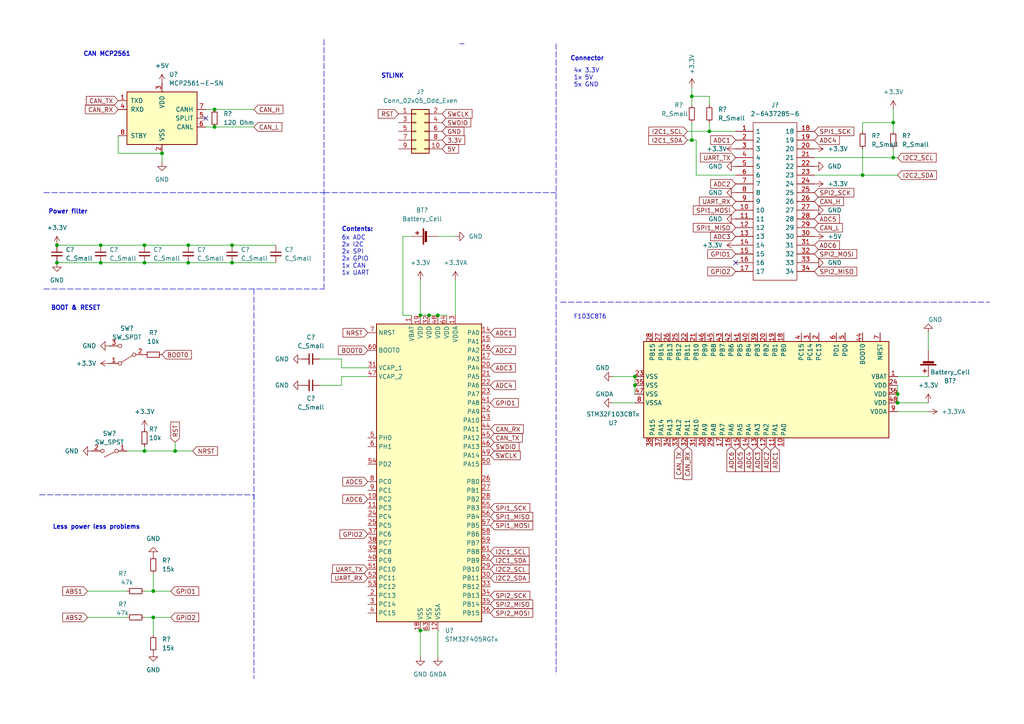
<source format=kicad_sch>
(kicad_sch (version 20211123) (generator eeschema)
  (paper "A4")
  (lib_symbols
    (symbol "Connector_Generic:Conn_02x05_Odd_Even" (pin_names (offset 1.016) hide)
      (property "Reference" "J" (at 1.27 7.62 0))
      (property "Value" "Conn_02x05_Odd_Even" (at 1.27 -7.62 0))
      (symbol "Conn_02x05_Odd_Even_1_1"
        (rectangle (start -1.27 -4.953) (end 0 -5.207) (stroke (width 0.1524)))
        (rectangle (start -1.27 -2.413) (end 0 -2.667) (stroke (width 0.1524)))
        (rectangle (start -1.27 0.127) (end 0 -0.127) (stroke (width 0.1524)))
        (rectangle (start -1.27 2.667) (end 0 2.413) (stroke (width 0.1524)))
        (rectangle (start -1.27 5.207) (end 0 4.953) (stroke (width 0.1524)))
        (rectangle (start -1.27 6.35) (end 3.81 -6.35) (stroke (width 0.254)) (fill (type background)))
        (rectangle (start 3.81 -4.953) (end 2.54 -5.207) (stroke (width 0.1524)))
        (rectangle (start 3.81 -2.413) (end 2.54 -2.667) (stroke (width 0.1524)))
        (rectangle (start 3.81 0.127) (end 2.54 -0.127) (stroke (width 0.1524)))
        (rectangle (start 3.81 2.667) (end 2.54 2.413) (stroke (width 0.1524)))
        (rectangle (start 3.81 5.207) (end 2.54 4.953) (stroke (width 0.1524)))
        (pin passive line (at -5.08 5.08 0) (length 3.81) (name "Pin_1") (number "1"))
        (pin passive line (at 7.62 -5.08 180) (length 3.81) (name "Pin_10") (number "10"))
        (pin passive line (at 7.62 5.08 180) (length 3.81) (name "Pin_2") (number "2"))
        (pin passive line (at -5.08 2.54 0) (length 3.81) (name "Pin_3") (number "3"))
        (pin passive line (at 7.62 2.54 180) (length 3.81) (name "Pin_4") (number "4"))
        (pin passive line (at -5.08 0 0) (length 3.81) (name "Pin_5") (number "5"))
        (pin passive line (at 7.62 0 180) (length 3.81) (name "Pin_6") (number "6"))
        (pin passive line (at -5.08 -2.54 0) (length 3.81) (name "Pin_7") (number "7"))
        (pin passive line (at 7.62 -2.54 180) (length 3.81) (name "Pin_8") (number "8"))
        (pin passive line (at -5.08 -5.08 0) (length 3.81) (name "Pin_9") (number "9"))
      )
    )
    (symbol "Device:Battery_Cell" (pin_numbers hide) (pin_names (offset 0) hide)
      (property "Reference" "BT" (at 2.54 2.54 0))
      (property "Value" "Battery_Cell" (at 2.54 0 0))
      (symbol "Battery_Cell_0_1"
        (rectangle (start -2.286 1.778) (end 2.286 1.524) (fill (type outline)))
        (rectangle (start -1.5748 1.1938) (end 1.4732 0.6858) (fill (type outline)))
        (polyline (pts (xy 0 0.762) (xy 0 0)))
        (polyline (pts (xy 0 1.778) (xy 0 2.54)))
        (polyline (pts (xy 0.508 3.429) (xy 1.524 3.429)) (stroke (width 0.254)))
        (polyline (pts (xy 1.016 3.937) (xy 1.016 2.921)) (stroke (width 0.254)))
      )
      (symbol "Battery_Cell_1_1"
        (pin passive line (at 0 5.08 270) (length 2.54) (name "+") (number "1"))
        (pin passive line (at 0 -2.54 90) (length 2.54) (name "-") (number "2"))
      )
    )
    (symbol "Device:C_Small" (pin_numbers hide) (pin_names (offset 0.254) hide)
      (property "Reference" "C" (at 0.254 1.778 0))
      (property "Value" "C_Small" (at 0.254 -2.032 0))
      (symbol "C_Small_0_1"
        (polyline (pts (xy -1.524 -0.508) (xy 1.524 -0.508)) (stroke (width 0.3302)))
        (polyline (pts (xy -1.524 0.508) (xy 1.524 0.508)) (stroke (width 0.3048)))
      )
      (symbol "C_Small_1_1"
        (pin passive line (at 0 2.54 270) (length 2.032) (name "~") (number "1"))
        (pin passive line (at 0 -2.54 90) (length 2.032) (name "~") (number "2"))
      )
    )
    (symbol "Device:R_Small" (pin_numbers hide) (pin_names (offset 0.254) hide)
      (property "Reference" "R" (at 0.762 0.508 0))
      (property "Value" "R_Small" (at 0.762 -1.016 0))
      (symbol "R_Small_0_1"
        (rectangle (start -0.762 1.778) (end 0.762 -1.778) (stroke (width 0.2032)))
      )
      (symbol "R_Small_1_1"
        (pin passive line (at 0 2.54 270) (length 0.762) (name "~") (number "1"))
        (pin passive line (at 0 -2.54 90) (length 0.762) (name "~") (number "2"))
      )
    )
    (symbol "Interface_CAN_LIN:MCP2561-E-SN" (pin_names (offset 1.016))
      (property "Reference" "U" (at -10.16 8.89 0))
      (property "Value" "MCP2561-E-SN" (at 2.54 8.89 0))
      (symbol "MCP2561-E-SN_0_1"
        (rectangle (start -10.16 7.62) (end 10.16 -7.62) (stroke (width 0.254)) (fill (type background)))
      )
      (symbol "MCP2561-E-SN_1_1"
        (pin input line (at -12.7 5.08 0) (length 2.54) (name "TXD") (number "1"))
        (pin power_in line (at 0 -10.16 90) (length 2.54) (name "VSS") (number "2"))
        (pin power_in line (at 0 10.16 270) (length 2.54) (name "VDD") (number "3"))
        (pin output line (at -12.7 2.54 0) (length 2.54) (name "RXD") (number "4"))
        (pin passive line (at 12.7 0 180) (length 2.54) (name "SPLIT") (number "5"))
        (pin bidirectional line (at 12.7 -2.54 180) (length 2.54) (name "CANL") (number "6"))
        (pin bidirectional line (at 12.7 2.54 180) (length 2.54) (name "CANH") (number "7"))
        (pin input line (at -12.7 -5.08 0) (length 2.54) (name "STBY") (number "8"))
      )
    )
    (symbol "MCU_ST_STM32F1:STM32F103C8Tx"
      (property "Reference" "U" (at -15.24 36.83 0))
      (property "Value" "STM32F103C8Tx" (at 7.62 36.83 0))
      (symbol "STM32F103C8Tx_0_1"
        (rectangle (start -15.24 -35.56) (end 12.7 35.56) (stroke (width 0.254)) (fill (type background)))
      )
      (symbol "STM32F103C8Tx_1_1"
        (pin power_in line (at -5.08 38.1 270) (length 2.54) (name "VBAT") (number "1"))
        (pin bidirectional line (at 15.24 5.08 180) (length 2.54) (name "PA0") (number "10"))
        (pin bidirectional line (at 15.24 2.54 180) (length 2.54) (name "PA1") (number "11"))
        (pin bidirectional line (at 15.24 0 180) (length 2.54) (name "PA2") (number "12"))
        (pin bidirectional line (at 15.24 -2.54 180) (length 2.54) (name "PA3") (number "13"))
        (pin bidirectional line (at 15.24 -5.08 180) (length 2.54) (name "PA4") (number "14"))
        (pin bidirectional line (at 15.24 -7.62 180) (length 2.54) (name "PA5") (number "15"))
        (pin bidirectional line (at 15.24 -10.16 180) (length 2.54) (name "PA6") (number "16"))
        (pin bidirectional line (at 15.24 -12.7 180) (length 2.54) (name "PA7") (number "17"))
        (pin bidirectional line (at -17.78 5.08 0) (length 2.54) (name "PB0") (number "18"))
        (pin bidirectional line (at -17.78 2.54 0) (length 2.54) (name "PB1") (number "19"))
        (pin bidirectional line (at -17.78 15.24 0) (length 2.54) (name "PC13") (number "2"))
        (pin bidirectional line (at -17.78 0 0) (length 2.54) (name "PB2") (number "20"))
        (pin bidirectional line (at -17.78 -20.32 0) (length 2.54) (name "PB10") (number "21"))
        (pin bidirectional line (at -17.78 -22.86 0) (length 2.54) (name "PB11") (number "22"))
        (pin power_in line (at -5.08 -38.1 90) (length 2.54) (name "VSS") (number "23"))
        (pin power_in line (at -2.54 38.1 270) (length 2.54) (name "VDD") (number "24"))
        (pin bidirectional line (at -17.78 -25.4 0) (length 2.54) (name "PB12") (number "25"))
        (pin bidirectional line (at -17.78 -27.94 0) (length 2.54) (name "PB13") (number "26"))
        (pin bidirectional line (at -17.78 -30.48 0) (length 2.54) (name "PB14") (number "27"))
        (pin bidirectional line (at -17.78 -33.02 0) (length 2.54) (name "PB15") (number "28"))
        (pin bidirectional line (at 15.24 -15.24 180) (length 2.54) (name "PA8") (number "29"))
        (pin bidirectional line (at -17.78 12.7 0) (length 2.54) (name "PC14") (number "3"))
        (pin bidirectional line (at 15.24 -17.78 180) (length 2.54) (name "PA9") (number "30"))
        (pin bidirectional line (at 15.24 -20.32 180) (length 2.54) (name "PA10") (number "31"))
        (pin bidirectional line (at 15.24 -22.86 180) (length 2.54) (name "PA11") (number "32"))
        (pin bidirectional line (at 15.24 -25.4 180) (length 2.54) (name "PA12") (number "33"))
        (pin bidirectional line (at 15.24 -27.94 180) (length 2.54) (name "PA13") (number "34"))
        (pin power_in line (at -2.54 -38.1 90) (length 2.54) (name "VSS") (number "35"))
        (pin power_in line (at 0 38.1 270) (length 2.54) (name "VDD") (number "36"))
        (pin bidirectional line (at 15.24 -30.48 180) (length 2.54) (name "PA14") (number "37"))
        (pin bidirectional line (at 15.24 -33.02 180) (length 2.54) (name "PA15") (number "38"))
        (pin bidirectional line (at -17.78 -2.54 0) (length 2.54) (name "PB3") (number "39"))
        (pin bidirectional line (at -17.78 10.16 0) (length 2.54) (name "PC15") (number "4"))
        (pin bidirectional line (at -17.78 -5.08 0) (length 2.54) (name "PB4") (number "40"))
        (pin bidirectional line (at -17.78 -7.62 0) (length 2.54) (name "PB5") (number "41"))
        (pin bidirectional line (at -17.78 -10.16 0) (length 2.54) (name "PB6") (number "42"))
        (pin bidirectional line (at -17.78 -12.7 0) (length 2.54) (name "PB7") (number "43"))
        (pin input line (at -17.78 27.94 0) (length 2.54) (name "BOOT0") (number "44"))
        (pin bidirectional line (at -17.78 -15.24 0) (length 2.54) (name "PB8") (number "45"))
        (pin bidirectional line (at -17.78 -17.78 0) (length 2.54) (name "PB9") (number "46"))
        (pin power_in line (at 0 -38.1 90) (length 2.54) (name "VSS") (number "47"))
        (pin power_in line (at 2.54 38.1 270) (length 2.54) (name "VDD") (number "48"))
        (pin input line (at -17.78 22.86 0) (length 2.54) (name "PD0") (number "5"))
        (pin input line (at -17.78 20.32 0) (length 2.54) (name "PD1") (number "6"))
        (pin input line (at -17.78 33.02 0) (length 2.54) (name "NRST") (number "7"))
        (pin power_in line (at 2.54 -38.1 90) (length 2.54) (name "VSSA") (number "8"))
        (pin power_in line (at 5.08 38.1 270) (length 2.54) (name "VDDA") (number "9"))
      )
    )
    (symbol "MCU_ST_STM32F4:STM32F405RGTx"
      (property "Reference" "U" (at -15.24 44.45 0))
      (property "Value" "STM32F405RGTx" (at 10.16 44.45 0))
      (symbol "STM32F405RGTx_0_1"
        (rectangle (start -15.24 -43.18) (end 15.24 43.18) (stroke (width 0.254)) (fill (type background)))
      )
      (symbol "STM32F405RGTx_1_1"
        (pin power_in line (at -5.08 45.72 270) (length 2.54) (name "VBAT") (number "1"))
        (pin bidirectional line (at -17.78 -7.62 0) (length 2.54) (name "PC2") (number "10"))
        (pin bidirectional line (at -17.78 -10.16 0) (length 2.54) (name "PC3") (number "11"))
        (pin power_in line (at 2.54 -45.72 90) (length 2.54) (name "VSSA") (number "12"))
        (pin power_in line (at 7.62 45.72 270) (length 2.54) (name "VDDA") (number "13"))
        (pin bidirectional line (at 17.78 40.64 180) (length 2.54) (name "PA0") (number "14"))
        (pin bidirectional line (at 17.78 38.1 180) (length 2.54) (name "PA1") (number "15"))
        (pin bidirectional line (at 17.78 35.56 180) (length 2.54) (name "PA2") (number "16"))
        (pin bidirectional line (at 17.78 33.02 180) (length 2.54) (name "PA3") (number "17"))
        (pin power_in line (at -2.54 -45.72 90) (length 2.54) (name "VSS") (number "18"))
        (pin power_in line (at -2.54 45.72 270) (length 2.54) (name "VDD") (number "19"))
        (pin bidirectional line (at -17.78 -35.56 0) (length 2.54) (name "PC13") (number "2"))
        (pin bidirectional line (at 17.78 30.48 180) (length 2.54) (name "PA4") (number "20"))
        (pin bidirectional line (at 17.78 27.94 180) (length 2.54) (name "PA5") (number "21"))
        (pin bidirectional line (at 17.78 25.4 180) (length 2.54) (name "PA6") (number "22"))
        (pin bidirectional line (at 17.78 22.86 180) (length 2.54) (name "PA7") (number "23"))
        (pin bidirectional line (at -17.78 -12.7 0) (length 2.54) (name "PC4") (number "24"))
        (pin bidirectional line (at -17.78 -15.24 0) (length 2.54) (name "PC5") (number "25"))
        (pin bidirectional line (at 17.78 -2.54 180) (length 2.54) (name "PB0") (number "26"))
        (pin bidirectional line (at 17.78 -5.08 180) (length 2.54) (name "PB1") (number "27"))
        (pin bidirectional line (at 17.78 -7.62 180) (length 2.54) (name "PB2") (number "28"))
        (pin bidirectional line (at 17.78 -27.94 180) (length 2.54) (name "PB10") (number "29"))
        (pin bidirectional line (at -17.78 -38.1 0) (length 2.54) (name "PC14") (number "3"))
        (pin bidirectional line (at 17.78 -30.48 180) (length 2.54) (name "PB11") (number "30"))
        (pin power_in line (at -17.78 30.48 0) (length 2.54) (name "VCAP_1") (number "31"))
        (pin power_in line (at 0 45.72 270) (length 2.54) (name "VDD") (number "32"))
        (pin bidirectional line (at 17.78 -33.02 180) (length 2.54) (name "PB12") (number "33"))
        (pin bidirectional line (at 17.78 -35.56 180) (length 2.54) (name "PB13") (number "34"))
        (pin bidirectional line (at 17.78 -38.1 180) (length 2.54) (name "PB14") (number "35"))
        (pin bidirectional line (at 17.78 -40.64 180) (length 2.54) (name "PB15") (number "36"))
        (pin bidirectional line (at -17.78 -17.78 0) (length 2.54) (name "PC6") (number "37"))
        (pin bidirectional line (at -17.78 -20.32 0) (length 2.54) (name "PC7") (number "38"))
        (pin bidirectional line (at -17.78 -22.86 0) (length 2.54) (name "PC8") (number "39"))
        (pin bidirectional line (at -17.78 -40.64 0) (length 2.54) (name "PC15") (number "4"))
        (pin bidirectional line (at -17.78 -25.4 0) (length 2.54) (name "PC9") (number "40"))
        (pin bidirectional line (at 17.78 20.32 180) (length 2.54) (name "PA8") (number "41"))
        (pin bidirectional line (at 17.78 17.78 180) (length 2.54) (name "PA9") (number "42"))
        (pin bidirectional line (at 17.78 15.24 180) (length 2.54) (name "PA10") (number "43"))
        (pin bidirectional line (at 17.78 12.7 180) (length 2.54) (name "PA11") (number "44"))
        (pin bidirectional line (at 17.78 10.16 180) (length 2.54) (name "PA12") (number "45"))
        (pin bidirectional line (at 17.78 7.62 180) (length 2.54) (name "PA13") (number "46"))
        (pin power_in line (at -17.78 27.94 0) (length 2.54) (name "VCAP_2") (number "47"))
        (pin power_in line (at 2.54 45.72 270) (length 2.54) (name "VDD") (number "48"))
        (pin bidirectional line (at 17.78 5.08 180) (length 2.54) (name "PA14") (number "49"))
        (pin input line (at -17.78 10.16 0) (length 2.54) (name "PH0") (number "5"))
        (pin bidirectional line (at 17.78 2.54 180) (length 2.54) (name "PA15") (number "50"))
        (pin bidirectional line (at -17.78 -27.94 0) (length 2.54) (name "PC10") (number "51"))
        (pin bidirectional line (at -17.78 -30.48 0) (length 2.54) (name "PC11") (number "52"))
        (pin bidirectional line (at -17.78 -33.02 0) (length 2.54) (name "PC12") (number "53"))
        (pin bidirectional line (at -17.78 2.54 0) (length 2.54) (name "PD2") (number "54"))
        (pin bidirectional line (at 17.78 -10.16 180) (length 2.54) (name "PB3") (number "55"))
        (pin bidirectional line (at 17.78 -12.7 180) (length 2.54) (name "PB4") (number "56"))
        (pin bidirectional line (at 17.78 -15.24 180) (length 2.54) (name "PB5") (number "57"))
        (pin bidirectional line (at 17.78 -17.78 180) (length 2.54) (name "PB6") (number "58"))
        (pin bidirectional line (at 17.78 -20.32 180) (length 2.54) (name "PB7") (number "59"))
        (pin input line (at -17.78 7.62 0) (length 2.54) (name "PH1") (number "6"))
        (pin input line (at -17.78 35.56 0) (length 2.54) (name "BOOT0") (number "60"))
        (pin bidirectional line (at 17.78 -22.86 180) (length 2.54) (name "PB8") (number "61"))
        (pin bidirectional line (at 17.78 -25.4 180) (length 2.54) (name "PB9") (number "62"))
        (pin power_in line (at 0 -45.72 90) (length 2.54) (name "VSS") (number "63"))
        (pin power_in line (at 5.08 45.72 270) (length 2.54) (name "VDD") (number "64"))
        (pin input line (at -17.78 40.64 0) (length 2.54) (name "NRST") (number "7"))
        (pin bidirectional line (at -17.78 -2.54 0) (length 2.54) (name "PC0") (number "8"))
        (pin bidirectional line (at -17.78 -5.08 0) (length 2.54) (name "PC1") (number "9"))
      )
    )
    (symbol "SamacSys_Parts:2-6437285-6" (pin_names (offset 0.762))
      (property "Reference" "J" (at 19.05 7.62 0))
      (property "Value" "2-6437285-6" (at 19.05 5.08 0))
      (symbol "2-6437285-6_0_0"
        (pin passive line (at 0 0 0) (length 5.08) (name "1") (number "1"))
        (pin passive line (at 0 -22.86 0) (length 5.08) (name "10") (number "10"))
        (pin passive line (at 0 -25.4 0) (length 5.08) (name "11") (number "11"))
        (pin passive line (at 0 -27.94 0) (length 5.08) (name "12") (number "12"))
        (pin passive line (at 0 -30.48 0) (length 5.08) (name "13") (number "13"))
        (pin passive line (at 0 -33.02 0) (length 5.08) (name "14") (number "14"))
        (pin passive line (at 0 -35.56 0) (length 5.08) (name "15") (number "15"))
        (pin passive line (at 0 -38.1 0) (length 5.08) (name "16") (number "16"))
        (pin passive line (at 0 -40.64 0) (length 5.08) (name "17") (number "17"))
        (pin passive line (at 22.86 0 180) (length 5.08) (name "18") (number "18"))
        (pin passive line (at 22.86 -2.54 180) (length 5.08) (name "19") (number "19"))
        (pin passive line (at 0 -2.54 0) (length 5.08) (name "2") (number "2"))
        (pin passive line (at 22.86 -5.08 180) (length 5.08) (name "20") (number "20"))
        (pin passive line (at 22.86 -7.62 180) (length 5.08) (name "21") (number "21"))
        (pin passive line (at 22.86 -10.16 180) (length 5.08) (name "22") (number "22"))
        (pin passive line (at 22.86 -12.7 180) (length 5.08) (name "23") (number "23"))
        (pin passive line (at 22.86 -15.24 180) (length 5.08) (name "24") (number "24"))
        (pin passive line (at 22.86 -17.78 180) (length 5.08) (name "25") (number "25"))
        (pin passive line (at 22.86 -20.32 180) (length 5.08) (name "26") (number "26"))
        (pin passive line (at 22.86 -22.86 180) (length 5.08) (name "27") (number "27"))
        (pin passive line (at 22.86 -25.4 180) (length 5.08) (name "28") (number "28"))
        (pin passive line (at 22.86 -27.94 180) (length 5.08) (name "29") (number "29"))
        (pin passive line (at 0 -5.08 0) (length 5.08) (name "3") (number "3"))
        (pin passive line (at 22.86 -30.48 180) (length 5.08) (name "30") (number "30"))
        (pin passive line (at 22.86 -33.02 180) (length 5.08) (name "31") (number "31"))
        (pin passive line (at 22.86 -35.56 180) (length 5.08) (name "32") (number "32"))
        (pin passive line (at 22.86 -38.1 180) (length 5.08) (name "33") (number "33"))
        (pin passive line (at 22.86 -40.64 180) (length 5.08) (name "34") (number "34"))
        (pin passive line (at 0 -7.62 0) (length 5.08) (name "4") (number "4"))
        (pin passive line (at 0 -10.16 0) (length 5.08) (name "5") (number "5"))
        (pin passive line (at 0 -12.7 0) (length 5.08) (name "6") (number "6"))
        (pin passive line (at 0 -15.24 0) (length 5.08) (name "7") (number "7"))
        (pin passive line (at 0 -17.78 0) (length 5.08) (name "8") (number "8"))
        (pin passive line (at 0 -20.32 0) (length 5.08) (name "9") (number "9"))
      )
      (symbol "2-6437285-6_0_1"
        (polyline (pts (xy 5.08 2.54) (xy 17.78 2.54) (xy 17.78 -43.18) (xy 5.08 -43.18) (xy 5.08 2.54)) (stroke (width 0.1524)))
      )
    )
    (symbol "Switch:SW_SPDT" (pin_names (offset 0) hide)
      (property "Reference" "SW" (at 0 4.318 0))
      (property "Value" "SW_SPDT" (at 0 -5.08 0))
      (symbol "SW_SPDT_0_0"
        (circle (center -2.032 0) (radius 0.508))
        (circle (center 2.032 -2.54) (radius 0.508))
      )
      (symbol "SW_SPDT_0_1"
        (polyline (pts (xy -1.524 0.254) (xy 1.651 2.286)))
        (circle (center 2.032 2.54) (radius 0.508))
      )
      (symbol "SW_SPDT_1_1"
        (pin passive line (at 5.08 2.54 180) (length 2.54) (name "A") (number "1"))
        (pin passive line (at -5.08 0 0) (length 2.54) (name "B") (number "2"))
        (pin passive line (at 5.08 -2.54 180) (length 2.54) (name "C") (number "3"))
      )
    )
    (symbol "Switch:SW_SPST" (pin_names (offset 0) hide)
      (property "Reference" "SW" (at 0 3.175 0))
      (property "Value" "SW_SPST" (at 0 -2.54 0))
      (symbol "SW_SPST_0_0"
        (circle (center -2.032 0) (radius 0.508))
        (polyline (pts (xy -1.524 0.254) (xy 1.524 1.778)))
        (circle (center 2.032 0) (radius 0.508))
      )
      (symbol "SW_SPST_1_1"
        (pin passive line (at -5.08 0 0) (length 2.54) (name "A") (number "1"))
        (pin passive line (at 5.08 0 180) (length 2.54) (name "B") (number "2"))
      )
    )
    (symbol "power:+3.3V" (power) (pin_names (offset 0))
      (property "Value" "+3.3V" (at 0 3.556 0))
      (symbol "+3.3V_0_1"
        (polyline (pts (xy -0.762 1.27) (xy 0 2.54)))
        (polyline (pts (xy 0 0) (xy 0 2.54)))
        (polyline (pts (xy 0 2.54) (xy 0.762 1.27)))
      )
      (symbol "+3.3V_1_1"
        (pin power_in line (at 0 0 90) (length 0) hide (name "+3.3V") (number "1"))
      )
    )
    (symbol "power:+3.3VA" (power) (pin_names (offset 0))
      (property "Value" "+3.3VA" (at 0 3.556 0))
      (symbol "+3.3VA_0_1"
        (polyline (pts (xy -0.762 1.27) (xy 0 2.54)))
        (polyline (pts (xy 0 0) (xy 0 2.54)))
        (polyline (pts (xy 0 2.54) (xy 0.762 1.27)))
      )
      (symbol "+3.3VA_1_1"
        (pin power_in line (at 0 0 90) (length 0) hide (name "+3.3VA") (number "1"))
      )
    )
    (symbol "power:+5V" (power) (pin_names (offset 0))
      (property "Value" "+5V" (at 0 3.556 0))
      (symbol "+5V_0_1"
        (polyline (pts (xy -0.762 1.27) (xy 0 2.54)))
        (polyline (pts (xy 0 0) (xy 0 2.54)))
        (polyline (pts (xy 0 2.54) (xy 0.762 1.27)))
      )
      (symbol "+5V_1_1"
        (pin power_in line (at 0 0 90) (length 0) hide (name "+5V") (number "1"))
      )
    )
    (symbol "power:GND" (power) (pin_names (offset 0))
      (property "Value" "GND" (at 0 -3.81 0))
      (symbol "GND_0_1"
        (polyline (pts (xy 0 0) (xy 0 -1.27) (xy 1.27 -1.27) (xy 0 -2.54) (xy -1.27 -1.27) (xy 0 -1.27)))
      )
      (symbol "GND_1_1"
        (pin power_in line (at 0 0 270) (length 0) hide (name "GND") (number "1"))
      )
    )
    (symbol "power:GNDA" (power) (pin_names (offset 0))
      (property "Value" "GNDA" (at 0 -3.81 0))
      (symbol "GNDA_0_1"
        (polyline (pts (xy 0 0) (xy 0 -1.27) (xy 1.27 -1.27) (xy 0 -2.54) (xy -1.27 -1.27) (xy 0 -1.27)))
      )
      (symbol "GNDA_1_1"
        (pin power_in line (at 0 0 270) (length 0) hide (name "GNDA") (number "1"))
      )
    )
  )
  (junction (at 67.31 71.12))
  (junction (at 121.92 182.88))
  (junction (at 41.91 76.2))
  (junction (at 121.92 91.44))
  (junction (at 127 91.44))
  (junction (at 184.15 111.76))
  (junction (at 260.35 116.84))
  (junction (at 62.23 31.75))
  (junction (at 67.31 76.2))
  (junction (at 184.15 109.22))
  (junction (at 44.45 179.07))
  (junction (at 41.91 71.12))
  (junction (at 44.45 171.45))
  (junction (at 54.61 76.2))
  (junction (at 50.8 130.81))
  (junction (at 250.19 50.8))
  (junction (at 62.23 36.83))
  (junction (at 200.66 40.64))
  (junction (at 29.21 71.12))
  (junction (at 260.35 114.3))
  (junction (at 205.74 38.1))
  (junction (at 124.46 91.44))
  (junction (at 16.51 71.12))
  (junction (at 16.51 76.2))
  (junction (at 29.21 76.2))
  (junction (at 54.61 71.12))
  (junction (at 259.08 45.72))
  (junction (at 41.91 130.81))
  (junction (at 46.99 44.45))
  (junction (at 259.08 35.56))
  (junction (at 200.66 27.94))
  (no_connect (at 213.36 76.2))
  (no_connect (at 59.69 34.29))
  (wire (pts (xy 44.45 171.45) (xy 49.53 171.45)))
  (wire (pts (xy 236.22 50.8) (xy 250.19 50.8)))
  (wire (pts (xy 200.66 40.64) (xy 201.93 40.64)))
  (wire (pts (xy 177.8 116.84) (xy 184.15 116.84)))
  (wire (pts (xy 92.71 104.14) (xy 99.06 104.14)))
  (wire (pts (xy 200.66 25.4) (xy 200.66 27.94)))
  (wire (pts (xy 54.61 76.2) (xy 67.31 76.2)))
  (polyline (pts (xy 12.7 83.82) (xy 93.98 83.82)))
  (polyline (pts (xy 134.62 55.88) (xy 161.29 55.88)))
  (wire (pts (xy 106.68 106.68) (xy 99.06 106.68)))
  (wire (pts (xy 99.06 109.22) (xy 99.06 111.76)))
  (wire (pts (xy 116.84 91.44) (xy 116.84 68.58)))
  (wire (pts (xy 50.8 130.81) (xy 55.88 130.81)))
  (wire (pts (xy 16.51 71.12) (xy 29.21 71.12)))
  (wire (pts (xy 250.19 50.8) (xy 260.35 50.8)))
  (wire (pts (xy 59.69 36.83) (xy 62.23 36.83)))
  (wire (pts (xy 177.8 109.22) (xy 184.15 109.22)))
  (wire (pts (xy 260.35 109.22) (xy 269.24 109.22)))
  (wire (pts (xy 34.29 44.45) (xy 34.29 39.37)))
  (wire (pts (xy 259.08 35.56) (xy 259.08 38.1)))
  (polyline (pts (xy 93.98 11.43) (xy 93.98 83.82)))
  (wire (pts (xy 106.68 109.22) (xy 99.06 109.22)))
  (wire (pts (xy 99.06 106.68) (xy 99.06 104.14)))
  (wire (pts (xy 205.74 30.48) (xy 205.74 27.94)))
  (wire (pts (xy 121.92 91.44) (xy 124.46 91.44)))
  (polyline (pts (xy 73.66 143.51) (xy 73.66 144.78)))
  (polyline (pts (xy 161.29 12.7) (xy 161.29 195.58)))
  (wire (pts (xy 67.31 76.2) (xy 80.01 76.2)))
  (wire (pts (xy 184.15 109.22) (xy 184.15 111.76)))
  (wire (pts (xy 41.91 130.81) (xy 50.8 130.81)))
  (wire (pts (xy 44.45 179.07) (xy 44.45 184.15)))
  (wire (pts (xy 121.92 81.28) (xy 121.92 91.44)))
  (wire (pts (xy 132.08 81.28) (xy 132.08 91.44)))
  (wire (pts (xy 205.74 27.94) (xy 200.66 27.94)))
  (wire (pts (xy 124.46 91.44) (xy 127 91.44)))
  (wire (pts (xy 25.4 171.45) (xy 36.83 171.45)))
  (wire (pts (xy 29.21 71.12) (xy 41.91 71.12)))
  (wire (pts (xy 259.08 43.18) (xy 259.08 45.72)))
  (wire (pts (xy 29.21 76.2) (xy 41.91 76.2)))
  (polyline (pts (xy 93.98 55.88) (xy 134.62 55.88)))
  (wire (pts (xy 41.91 76.2) (xy 54.61 76.2)))
  (wire (pts (xy 260.35 111.76) (xy 260.35 114.3)))
  (wire (pts (xy 36.83 130.81) (xy 41.91 130.81)))
  (wire (pts (xy 199.39 40.64) (xy 200.66 40.64)))
  (wire (pts (xy 127 68.58) (xy 132.08 68.58)))
  (wire (pts (xy 236.22 45.72) (xy 259.08 45.72)))
  (wire (pts (xy 127 91.44) (xy 129.54 91.44)))
  (wire (pts (xy 184.15 111.76) (xy 184.15 114.3)))
  (wire (pts (xy 250.19 35.56) (xy 259.08 35.56)))
  (wire (pts (xy 259.08 45.72) (xy 260.35 45.72)))
  (wire (pts (xy 54.61 71.12) (xy 67.31 71.12)))
  (wire (pts (xy 50.8 128.27) (xy 50.8 130.81)))
  (polyline (pts (xy 133.35 12.7) (xy 134.62 12.7)))
  (wire (pts (xy 46.99 44.45) (xy 34.29 44.45)))
  (wire (pts (xy 46.99 46.99) (xy 46.99 44.45)))
  (wire (pts (xy 121.92 182.88) (xy 121.92 190.5)))
  (wire (pts (xy 41.91 171.45) (xy 44.45 171.45)))
  (wire (pts (xy 250.19 43.18) (xy 250.19 50.8)))
  (wire (pts (xy 44.45 166.37) (xy 44.45 171.45)))
  (wire (pts (xy 269.24 101.6) (xy 269.24 96.52)))
  (wire (pts (xy 199.39 38.1) (xy 205.74 38.1)))
  (wire (pts (xy 259.08 31.75) (xy 259.08 35.56)))
  (wire (pts (xy 260.35 114.3) (xy 260.35 116.84)))
  (wire (pts (xy 41.91 71.12) (xy 54.61 71.12)))
  (wire (pts (xy 250.19 35.56) (xy 250.19 38.1)))
  (wire (pts (xy 205.74 38.1) (xy 213.36 38.1)))
  (wire (pts (xy 205.74 35.56) (xy 205.74 38.1)))
  (wire (pts (xy 260.35 116.84) (xy 269.24 116.84)))
  (polyline (pts (xy 12.7 55.88) (xy 93.98 55.88)))
  (wire (pts (xy 67.31 71.12) (xy 80.01 71.12)))
  (polyline (pts (xy 162.56 87.63) (xy 287.02 87.63)))
  (wire (pts (xy 44.45 179.07) (xy 49.53 179.07)))
  (wire (pts (xy 41.91 179.07) (xy 44.45 179.07)))
  (wire (pts (xy 25.4 179.07) (xy 36.83 179.07)))
  (polyline (pts (xy 73.66 83.82) (xy 73.66 196.85)))
  (wire (pts (xy 201.93 50.8) (xy 213.36 50.8)))
  (wire (pts (xy 16.51 76.2) (xy 29.21 76.2)))
  (wire (pts (xy 119.38 91.44) (xy 116.84 91.44)))
  (wire (pts (xy 62.23 36.83) (xy 73.66 36.83)))
  (wire (pts (xy 59.69 31.75) (xy 62.23 31.75)))
  (wire (pts (xy 200.66 35.56) (xy 200.66 40.64)))
  (wire (pts (xy 201.93 40.64) (xy 201.93 50.8)))
  (wire (pts (xy 260.35 119.38) (xy 269.24 119.38)))
  (wire (pts (xy 92.71 111.76) (xy 99.06 111.76)))
  (wire (pts (xy 127 182.88) (xy 127 190.5)))
  (polyline (pts (xy 11.43 143.51) (xy 73.66 143.51)))
  (wire (pts (xy 62.23 31.75) (xy 73.66 31.75)))
  (wire (pts (xy 200.66 27.94) (xy 200.66 30.48)))
  (wire (pts (xy 121.92 182.88) (xy 124.46 182.88)))
  (wire (pts (xy 41.91 129.54) (xy 41.91 130.81)))
  (wire (pts (xy 116.84 68.58) (xy 119.38 68.58)))
  (text "STLINK " (at 110.49 22.86 0) (effects (font (size 1.27 1.27) bold) (justify left bottom)))
  (text "6x ADC\n2x I2C\n2x SPI\n2x GPIO\n1x CAN\n1x UART" (at 99.06 80.01 0) (effects (font (size 1.27 1.27)) (justify left bottom)))
  (text "F103C8T6\n" (at 166.37 92.71 0) (effects (font (size 1.27 1.27)) (justify left bottom)))
  (text "4x 3.3V\n1x 5V\n5x GND\n" (at 166.37 25.4 0) (effects (font (size 1.27 1.27)) (justify left bottom)))
  (text "Connector\n" (at 175.26 17.78 180) (effects (font (size 1.27 1.27) (thickness 0.254) bold) (justify right bottom)))
  (text "Contents:" (at 99.06 67.31 0) (effects (font (size 1.27 1.27) (thickness 0.254) bold) (justify left bottom)))
  (text "Less power less problems\n" (at 15.24 153.67 0) (effects (font (size 1.27 1.27) bold) (justify left bottom)))
  (text "CAN MCP2561\n" (at 24.13 16.51 0) (effects (font (size 1.27 1.27) bold) (justify left bottom)))
  (text "BOOT & RESET\n" (at 29.21 90.17 180) (effects (font (size 1.27 1.27) (thickness 0.254) bold) (justify right bottom)))
  (text "Power filter" (at 13.97 62.23 0) (effects (font (size 1.27 1.27) bold) (justify left bottom)))
  (global_label "SPI1_SCK" (shape input) (at 236.22 38.1 0) (property "Intersheet References" "${INTERSHEET_REFS}" (effects hide)))
  (global_label "CAN_RX" (shape input) (at 142.24 124.46 0) (property "Intersheet References" "${INTERSHEET_REFS}" (effects hide)))
  (global_label "ADC3" (shape input) (at 219.71 129.54 270) (property "Intersheet References" "${INTERSHEET_REFS}" (effects hide)))
  (global_label "RST" (shape input) (at 50.8 128.27 90) (property "Intersheet References" "${INTERSHEET_REFS}" (effects hide)))
  (global_label "GPIO2" (shape input) (at 49.53 179.07 0) (property "Intersheet References" "${INTERSHEET_REFS}" (effects hide)))
  (global_label "CAN_TX" (shape input) (at 142.24 127 0) (property "Intersheet References" "${INTERSHEET_REFS}" (effects hide)))
  (global_label "I2C2_SDA" (shape input) (at 142.24 167.64 0) (property "Intersheet References" "${INTERSHEET_REFS}" (effects hide)))
  (global_label "SWCLK" (shape input) (at 142.24 132.08 0) (property "Intersheet References" "${INTERSHEET_REFS}" (effects hide)))
  (global_label "CAN_TX" (shape input) (at 196.85 129.54 270) (property "Intersheet References" "${INTERSHEET_REFS}" (effects hide)))
  (global_label "UART_TX" (shape input) (at 213.36 45.72 180) (property "Intersheet References" "${INTERSHEET_REFS}" (effects hide)))
  (global_label "ADC3" (shape input) (at 213.36 68.58 180) (property "Intersheet References" "${INTERSHEET_REFS}" (effects hide)))
  (global_label "GPIO1" (shape input) (at 142.24 116.84 0) (property "Intersheet References" "${INTERSHEET_REFS}" (effects hide)))
  (global_label "I2C2_SCL" (shape input) (at 260.35 45.72 0) (property "Intersheet References" "${INTERSHEET_REFS}" (effects hide)))
  (global_label "SPI1_MISO" (shape input) (at 142.24 149.86 0) (property "Intersheet References" "${INTERSHEET_REFS}" (effects hide)))
  (global_label "ABS2" (shape input) (at 25.4 179.07 180) (property "Intersheet References" "${INTERSHEET_REFS}" (effects hide)))
  (global_label "SPI1_MOSI" (shape input) (at 142.24 152.4 0) (property "Intersheet References" "${INTERSHEET_REFS}" (effects hide)))
  (global_label "ADC6" (shape input) (at 212.09 129.54 270) (property "Intersheet References" "${INTERSHEET_REFS}" (effects hide)))
  (global_label "SPI2_MOSI" (shape input) (at 142.24 177.8 0) (property "Intersheet References" "${INTERSHEET_REFS}" (effects hide)))
  (global_label "SWCLK" (shape input) (at 128.27 33.02 0) (property "Intersheet References" "${INTERSHEET_REFS}" (effects hide)))
  (global_label "3.3V" (shape input) (at 128.27 40.64 0) (property "Intersheet References" "${INTERSHEET_REFS}" (effects hide)))
  (global_label "ADC6" (shape input) (at 236.22 71.12 0) (property "Intersheet References" "${INTERSHEET_REFS}" (effects hide)))
  (global_label "GPIO2" (shape input) (at 106.68 154.94 180) (property "Intersheet References" "${INTERSHEET_REFS}" (effects hide)))
  (global_label "ADC1" (shape input) (at 142.24 96.52 0) (property "Intersheet References" "${INTERSHEET_REFS}" (effects hide)))
  (global_label "CAN_RX" (shape input) (at 34.29 31.75 180) (property "Intersheet References" "${INTERSHEET_REFS}" (effects hide)))
  (global_label "CAN_RX" (shape input) (at 199.39 129.54 270) (property "Intersheet References" "${INTERSHEET_REFS}" (effects hide)))
  (global_label "NRST" (shape input) (at 55.88 130.81 0) (property "Intersheet References" "${INTERSHEET_REFS}" (effects hide)))
  (global_label "ADC5" (shape input) (at 214.63 129.54 270) (property "Intersheet References" "${INTERSHEET_REFS}" (effects hide)))
  (global_label "BOOT0" (shape input) (at 106.68 101.6 180) (property "Intersheet References" "${INTERSHEET_REFS}" (effects hide)))
  (global_label "SPI1_SCK" (shape input) (at 142.24 147.32 0) (property "Intersheet References" "${INTERSHEET_REFS}" (effects hide)))
  (global_label "SPI1_MOSI" (shape input) (at 213.36 60.96 180) (property "Intersheet References" "${INTERSHEET_REFS}" (effects hide)))
  (global_label "SPI1_MISO" (shape input) (at 213.36 66.04 180) (property "Intersheet References" "${INTERSHEET_REFS}" (effects hide)))
  (global_label "ABS1" (shape input) (at 25.4 171.45 180) (property "Intersheet References" "${INTERSHEET_REFS}" (effects hide)))
  (global_label "SPI2_MISO" (shape input) (at 142.24 175.26 0) (property "Intersheet References" "${INTERSHEET_REFS}" (effects hide)))
  (global_label "I2C2_SCL" (shape input) (at 142.24 165.1 0) (property "Intersheet References" "${INTERSHEET_REFS}" (effects hide)))
  (global_label "ADC2" (shape input) (at 142.24 101.6 0) (property "Intersheet References" "${INTERSHEET_REFS}" (effects hide)))
  (global_label "ADC4" (shape input) (at 142.24 111.76 0) (property "Intersheet References" "${INTERSHEET_REFS}" (effects hide)))
  (global_label "I2C1_SDA" (shape input) (at 142.24 162.56 0) (property "Intersheet References" "${INTERSHEET_REFS}" (effects hide)))
  (global_label "GPIO1" (shape input) (at 213.36 73.66 180) (property "Intersheet References" "${INTERSHEET_REFS}" (effects hide)))
  (global_label "I2C1_SDA" (shape input) (at 199.39 40.64 180) (property "Intersheet References" "${INTERSHEET_REFS}" (effects hide)))
  (global_label "ADC4" (shape input) (at 217.17 129.54 270) (property "Intersheet References" "${INTERSHEET_REFS}" (effects hide)))
  (global_label "BOOT0" (shape input) (at 46.99 102.87 0) (property "Intersheet References" "${INTERSHEET_REFS}" (effects hide)))
  (global_label "SPI2_SCK" (shape input) (at 236.22 55.88 0) (property "Intersheet References" "${INTERSHEET_REFS}" (effects hide)))
  (global_label "CAN_H" (shape input) (at 73.66 31.75 0) (property "Intersheet References" "${INTERSHEET_REFS}" (effects hide)))
  (global_label "I2C1_SCL" (shape input) (at 199.39 38.1 180) (property "Intersheet References" "${INTERSHEET_REFS}" (effects hide)))
  (global_label "UART_RX" (shape input) (at 106.68 167.64 180) (property "Intersheet References" "${INTERSHEET_REFS}" (effects hide)))
  (global_label "ADC5" (shape input) (at 236.22 63.5 0) (property "Intersheet References" "${INTERSHEET_REFS}" (effects hide)))
  (global_label "ADC6" (shape input) (at 106.68 144.78 180) (property "Intersheet References" "${INTERSHEET_REFS}" (effects hide)))
  (global_label "GND" (shape input) (at 128.27 38.1 0) (property "Intersheet References" "${INTERSHEET_REFS}" (effects hide)))
  (global_label "CAN_L" (shape input) (at 73.66 36.83 0) (property "Intersheet References" "${INTERSHEET_REFS}" (effects hide)))
  (global_label "I2C1_SCL" (shape input) (at 142.24 160.02 0) (property "Intersheet References" "${INTERSHEET_REFS}" (effects hide)))
  (global_label "I2C2_SDA" (shape input) (at 260.35 50.8 0) (property "Intersheet References" "${INTERSHEET_REFS}" (effects hide)))
  (global_label "5V" (shape input) (at 128.27 43.18 0) (property "Intersheet References" "${INTERSHEET_REFS}" (effects hide)))
  (global_label "UART_TX" (shape input) (at 106.68 165.1 180) (property "Intersheet References" "${INTERSHEET_REFS}" (effects hide)))
  (global_label "NRST" (shape input) (at 106.68 96.52 180) (property "Intersheet References" "${INTERSHEET_REFS}" (effects hide)))
  (global_label "CAN_L" (shape input) (at 236.22 66.04 0) (property "Intersheet References" "${INTERSHEET_REFS}" (effects hide)))
  (global_label "UART_RX" (shape input) (at 213.36 58.42 180) (property "Intersheet References" "${INTERSHEET_REFS}" (effects hide)))
  (global_label "ADC4" (shape input) (at 236.22 40.64 0) (property "Intersheet References" "${INTERSHEET_REFS}" (effects hide)))
  (global_label "ADC2" (shape input) (at 222.25 129.54 270) (property "Intersheet References" "${INTERSHEET_REFS}" (effects hide)))
  (global_label "CAN_TX" (shape input) (at 34.29 29.21 180) (property "Intersheet References" "${INTERSHEET_REFS}" (effects hide)))
  (global_label "ADC2" (shape input) (at 213.36 53.34 180) (property "Intersheet References" "${INTERSHEET_REFS}" (effects hide)))
  (global_label "CAN_H" (shape input) (at 236.22 58.42 0) (property "Intersheet References" "${INTERSHEET_REFS}" (effects hide)))
  (global_label "ADC1" (shape input) (at 224.79 129.54 270) (property "Intersheet References" "${INTERSHEET_REFS}" (effects hide)))
  (global_label "ADC5" (shape input) (at 106.68 139.7 180) (property "Intersheet References" "${INTERSHEET_REFS}" (effects hide)))
  (global_label "SPI2_MOSI" (shape input) (at 236.22 73.66 0) (property "Intersheet References" "${INTERSHEET_REFS}" (effects hide)))
  (global_label "SPI2_SCK" (shape input) (at 142.24 172.72 0) (property "Intersheet References" "${INTERSHEET_REFS}" (effects hide)))
  (global_label "SPI2_MISO" (shape input) (at 236.22 78.74 0) (property "Intersheet References" "${INTERSHEET_REFS}" (effects hide)))
  (global_label "ADC1" (shape input) (at 213.36 40.64 180) (property "Intersheet References" "${INTERSHEET_REFS}" (effects hide)))
  (global_label "GPIO1" (shape input) (at 49.53 171.45 0) (property "Intersheet References" "${INTERSHEET_REFS}" (effects hide)))
  (global_label "SWDIO" (shape input) (at 142.24 129.54 0) (property "Intersheet References" "${INTERSHEET_REFS}" (effects hide)))
  (global_label "SWDIO" (shape input) (at 128.27 35.56 0) (property "Intersheet References" "${INTERSHEET_REFS}" (effects hide)))
  (global_label "GPIO2" (shape input) (at 213.36 78.74 180) (property "Intersheet References" "${INTERSHEET_REFS}" (effects hide)))
  (global_label "ADC3" (shape input) (at 142.24 106.68 0) (property "Intersheet References" "${INTERSHEET_REFS}" (effects hide)))
  (global_label "RST" (shape input) (at 115.57 33.02 180) (property "Intersheet References" "${INTERSHEET_REFS}" (effects hide)))
  (symbol (lib_id "power:+3.3V") (at 213.36 43.18 90) (unit 1)
    (property "Reference" "#PWR?" (effects hide))
    (property "Value" "+3.3V" (at 210.82 43.18 90) (effects (justify left)))
  )
  (symbol (lib_id "power:+5V") (at 46.99 24.13 0) (unit 1)
    (property "Reference" "#PWR?" (effects hide))
    (property "Value" "+5V" (at 46.99 19.05 0))
  )
  (symbol (lib_id "Device:R_Small") (at 62.23 34.29 0) (unit 1)
    (property "Reference" "R?" (at 64.77 33.0199 0) (effects (justify left)))
    (property "Value" "120 Ohm" (at 64.77 35.5599 0) (effects (justify left)))
  )
  (symbol (lib_id "power:+3.3VA") (at 269.24 119.38 270) (unit 1)
    (property "Reference" "#PWR?" (effects hide))
    (property "Value" "+3.3VA" (at 273.05 119.3799 90) (effects (justify left)))
  )
  (symbol (lib_id "power:GND") (at 132.08 68.58 90) (unit 1)
    (property "Reference" "#PWR?" (effects hide))
    (property "Value" "GND" (at 135.89 68.5799 90) (effects (justify right)))
  )
  (symbol (lib_id "power:GND") (at 44.45 189.23 0) (unit 1)
    (property "Reference" "#PWR?" (effects hide))
    (property "Value" "GND" (at 44.45 194.31 0))
  )
  (symbol (lib_id "Device:R_Small") (at 44.45 163.83 180) (unit 1)
    (property "Reference" "R?" (at 46.99 162.5599 0) (effects (justify right)))
    (property "Value" "15k" (at 46.99 165.0999 0) (effects (justify right)))
  )
  (symbol (lib_id "power:GND") (at 87.63 111.76 270) (unit 1)
    (property "Reference" "#PWR?" (effects hide))
    (property "Value" "GND" (at 83.82 111.7599 90) (effects (justify right)))
  )
  (symbol (lib_id "Device:R_Small") (at 205.74 33.02 0) (unit 1)
    (property "Reference" "R?" (at 208.28 31.7499 0) (effects (justify left)))
    (property "Value" "R_Small" (at 208.28 34.2899 0) (effects (justify left)))
  )
  (symbol (lib_id "Device:Battery_Cell") (at 124.46 68.58 90) (unit 1)
    (property "Reference" "BT?" (at 122.428 60.96 90))
    (property "Value" "Battery_Cell" (at 122.428 63.5 90))
  )
  (symbol (lib_id "power:GND") (at 87.63 104.14 270) (unit 1)
    (property "Reference" "#PWR?" (effects hide))
    (property "Value" "GND" (at 83.82 104.1399 90) (effects (justify right)))
  )
  (symbol (lib_id "Device:C_Small") (at 90.17 104.14 90) (unit 1)
    (property "Reference" "C?" (at 90.1763 97.79 90))
    (property "Value" "C_Small" (at 90.1763 100.33 90))
  )
  (symbol (lib_id "power:+3.3V") (at 213.36 71.12 90) (unit 1)
    (property "Reference" "#PWR?" (effects hide))
    (property "Value" "+3.3V" (at 209.55 71.1199 90) (effects (justify left)))
  )
  (symbol (lib_id "power:+3.3V") (at 200.66 25.4 0) (unit 1)
    (property "Reference" "#PWR?" (effects hide))
    (property "Value" "+3.3V" (at 200.6599 21.59 90) (effects (justify left)))
  )
  (symbol (lib_id "Device:R_Small") (at 41.91 127 0) (unit 1)
    (property "Reference" "R?" (at 43.18 124.46 0) (effects (justify left)))
    (property "Value" "10k" (at 43.18 127 0) (effects (justify left)))
  )
  (symbol (lib_id "power:GND") (at 16.51 76.2 0) (unit 1)
    (property "Reference" "#PWR?" (effects hide))
    (property "Value" "GND" (at 16.51 81.28 0))
  )
  (symbol (lib_id "Device:R_Small") (at 259.08 40.64 0) (unit 1)
    (property "Reference" "R?" (at 261.62 39.3699 0) (effects (justify left)))
    (property "Value" "R_Small" (at 261.62 41.9099 0) (effects (justify left)))
  )
  (symbol (lib_id "power:GND") (at 213.36 48.26 270) (unit 1)
    (property "Reference" "#PWR?" (effects hide))
    (property "Value" "GND" (at 209.55 48.2599 90) (effects (justify right)))
  )
  (symbol (lib_id "power:GND") (at 213.36 55.88 270) (unit 1)
    (property "Reference" "#PWR?" (effects hide))
    (property "Value" "GND" (at 209.55 55.8799 90) (effects (justify right)))
  )
  (symbol (lib_id "Device:R_Small") (at 250.19 40.64 0) (unit 1)
    (property "Reference" "R?" (at 252.73 39.3699 0) (effects (justify left)))
    (property "Value" "R_Small" (at 252.73 41.9099 0) (effects (justify left)))
  )
  (symbol (lib_id "power:+3.3V") (at 269.24 116.84 0) (unit 1)
    (property "Reference" "#PWR?" (effects hide))
    (property "Value" "+3.3V" (at 269.24 111.76 0))
  )
  (symbol (lib_id "Device:R_Small") (at 44.45 102.87 90) (unit 1)
    (property "Reference" "R?" (at 44.45 96.52 90))
    (property "Value" "10k" (at 44.45 99.06 90))
  )
  (symbol (lib_id "Switch:SW_SPDT") (at 36.83 102.87 180) (unit 1)
    (property "Reference" "SW?" (at 36.83 95.25 0))
    (property "Value" "SW_SPDT" (at 36.83 97.79 0))
  )
  (symbol (lib_id "power:GND") (at 46.99 46.99 0) (unit 1)
    (property "Reference" "#PWR?" (effects hide))
    (property "Value" "GND" (at 46.99 52.07 0))
  )
  (symbol (lib_id "Connector_Generic:Conn_02x05_Odd_Even") (at 120.65 38.1 0) (unit 1)
    (property "Reference" "J?" (at 121.92 26.67 0))
    (property "Value" "Conn_02x05_Odd_Even" (at 121.92 29.21 0))
  )
  (symbol (lib_id "power:GND") (at 44.45 161.29 180) (unit 1)
    (property "Reference" "#PWR?" (effects hide))
    (property "Value" "GND" (at 44.45 156.21 0))
  )
  (symbol (lib_id "power:GNDA") (at 127 190.5 0) (unit 1)
    (property "Reference" "#PWR?" (effects hide))
    (property "Value" "GNDA" (at 127 195.58 0))
  )
  (symbol (lib_id "power:GND") (at 236.22 76.2 90) (unit 1)
    (property "Reference" "#PWR?" (effects hide))
    (property "Value" "GND" (at 240.03 76.1999 90) (effects (justify right)))
  )
  (symbol (lib_id "power:+3.3VA") (at 132.08 81.28 0) (unit 1)
    (property "Reference" "#PWR?" (effects hide))
    (property "Value" "+3.3VA" (at 132.08 76.2 0))
  )
  (symbol (lib_id "power:GND") (at 121.92 190.5 0) (unit 1)
    (property "Reference" "#PWR?" (effects hide))
    (property "Value" "GND" (at 121.92 195.58 0))
  )
  (symbol (lib_id "Device:R_Small") (at 200.66 33.02 0) (unit 1)
    (property "Reference" "R?" (at 195.58 30.48 0) (effects (justify left)))
    (property "Value" "R_Small" (at 191.77 33.02 0) (effects (justify left)))
  )
  (symbol (lib_id "power:+3.3V") (at 259.08 31.75 0) (unit 1)
    (property "Reference" "#PWR?" (effects hide))
    (property "Value" "+3.3V" (at 259.08 26.67 0))
  )
  (symbol (lib_id "Device:C_Small") (at 90.17 111.76 270) (unit 1)
    (property "Reference" "C?" (at 90.17 115.57 90))
    (property "Value" "C_Small" (at 90.17 118.11 90))
  )
  (symbol (lib_id "Device:C_Small") (at 67.31 73.66 0) (unit 1)
    (property "Reference" "C?" (at 69.85 72.3962 0) (effects (justify left)))
    (property "Value" "C_Small" (at 69.85 74.9362 0) (effects (justify left)))
  )
  (symbol (lib_id "power:GND") (at 31.75 100.33 270) (unit 1)
    (property "Reference" "#PWR?" (effects hide))
    (property "Value" "GND" (at 27.94 100.3299 90) (effects (justify right)))
  )
  (symbol (lib_id "Device:C_Small") (at 41.91 73.66 0) (unit 1)
    (property "Reference" "C?" (at 44.45 72.3962 0) (effects (justify left)))
    (property "Value" "C_Small" (at 44.45 74.9362 0) (effects (justify left)))
  )
  (symbol (lib_id "Device:R_Small") (at 39.37 179.07 90) (unit 1)
    (property "Reference" "R?" (at 35.56 175.26 90))
    (property "Value" "47k" (at 35.56 177.8 90))
  )
  (symbol (lib_id "power:GND") (at 269.24 96.52 180) (unit 1)
    (property "Reference" "#PWR?" (effects hide))
    (property "Value" "GND" (at 269.2399 92.71 0) (effects (justify right)))
  )
  (symbol (lib_id "power:+3.3V") (at 16.51 71.12 0) (unit 1)
    (property "Reference" "#PWR?" (effects hide))
    (property "Value" "+3.3V" (at 16.51 66.04 0))
  )
  (symbol (lib_id "power:+3.3V") (at 121.92 81.28 0) (unit 1)
    (property "Reference" "#PWR?" (effects hide))
    (property "Value" "+3.3V" (at 121.92 76.2 0))
  )
  (symbol (lib_id "MCU_ST_STM32F1:STM32F103C8Tx") (at 222.25 114.3 270) (unit 1)
    (property "Reference" "U?" (at 177.8 122.6695 90))
    (property "Value" "STM32F103C8Tx" (at 177.8 120.1295 90))
    (property "Footprint" "Package_QFP:LQFP-48_7x7mm_P0.5mm" (effects hide))
    (property "Datasheet" "http://www.st.com/st-web-ui/static/active/en/resource/technical/document/datasheet/CD00161566.pdf" (effects hide))
  )
  (symbol (lib_id "power:GND") (at 236.22 60.96 90) (unit 1)
    (property "Reference" "#PWR?" (effects hide))
    (property "Value" "GND" (at 240.03 60.9599 90) (effects (justify right)))
  )
  (symbol (lib_id "power:GNDA") (at 177.8 116.84 270) (unit 1)
    (property "Reference" "#PWR?" (effects hide))
    (property "Value" "GNDA" (at 172.72 114.2999 90) (effects (justify left)))
  )
  (symbol (lib_id "power:+3.3V") (at 236.22 43.18 270) (unit 1)
    (property "Reference" "#PWR?" (effects hide))
    (property "Value" "+3.3V" (at 240.03 43.1799 90) (effects (justify left)))
  )
  (symbol (lib_id "power:+3.3V") (at 41.91 124.46 0) (unit 1)
    (property "Reference" "#PWR?" (effects hide))
    (property "Value" "+3.3V" (at 41.91 119.38 0))
  )
  (symbol (lib_id "Device:C_Small") (at 54.61 73.66 0) (unit 1)
    (property "Reference" "C?" (at 57.15 72.3962 0) (effects (justify left)))
    (property "Value" "C_Small" (at 57.15 74.9362 0) (effects (justify left)))
  )
  (symbol (lib_id "power:+3.3V") (at 31.75 105.41 90) (unit 1)
    (property "Reference" "#PWR?" (effects hide))
    (property "Value" "+3.3V" (at 27.94 105.4099 90) (effects (justify left)))
  )
  (symbol (lib_id "Device:R_Small") (at 44.45 186.69 0) (unit 1)
    (property "Reference" "R?" (at 46.99 185.4199 0) (effects (justify left)))
    (property "Value" "15k" (at 46.99 187.9599 0) (effects (justify left)))
  )
  (symbol (lib_id "power:+3.3V") (at 236.22 53.34 270) (unit 1)
    (property "Reference" "#PWR?" (effects hide))
    (property "Value" "+3.3V" (at 240.03 53.3399 90) (effects (justify left)))
  )
  (symbol (lib_id "Device:Battery_Cell") (at 269.24 104.14 180) (unit 1)
    (property "Reference" "BT?" (at 275.59 110.49 0))
    (property "Value" "Battery_Cell" (at 275.59 107.95 0))
  )
  (symbol (lib_id "power:GND") (at 236.22 48.26 90) (unit 1)
    (property "Reference" "#PWR?" (effects hide))
    (property "Value" "GND" (at 240.03 48.2599 90) (effects (justify right)))
  )
  (symbol (lib_id "SamacSys_Parts:2-6437285-6") (at 213.36 38.1 0) (unit 1)
    (property "Reference" "J?" (at 224.79 30.48 0))
    (property "Value" "2-6437285-6" (at 224.79 33.02 0))
    (property "Footprint" "264372856" (effects hide))
    (property "Datasheet" "https://www.te.com/commerce/DocumentDelivery/DDEController?Action=showdoc&DocId=Customer+Drawing%7F5-1447223-0%7FA1%7Fpdf%7FJapanese%7FJPN_CD_5-1447223-0_A1.pdf%7F2-6437285-6" (effects hide))
    (property "Description" "SUPER SEAL 34POS CAP ASSY H AU" (effects hide))
    (property "Height" "28.2" (effects hide))
    (property "Manufacturer_Name" "TE Connectivity" (effects hide))
    (property "Manufacturer_Part_Number" "2-6437285-6" (effects hide))
    (property "Mouser Part Number" "571-2-6437285-6" (effects hide))
    (property "Mouser Price/Stock" "https://www.mouser.co.uk/ProductDetail/TE-Connectivity/2-6437285-6?qs=XhI5AayaxxVT19QQsb3foA%3D%3D" (effects hide))
  )
  (symbol (lib_id "Switch:SW_SPST") (at 31.75 130.81 180) (unit 1)
    (property "Reference" "SW?" (at 31.75 125.73 0))
    (property "Value" "SW_SPST" (at 31.75 128.27 0))
  )
  (symbol (lib_id "Device:C_Small") (at 80.01 73.66 0) (unit 1)
    (property "Reference" "C?" (at 82.55 72.3962 0) (effects (justify left)))
    (property "Value" "C_Small" (at 82.55 74.9362 0) (effects (justify left)))
  )
  (symbol (lib_id "Device:R_Small") (at 39.37 171.45 90) (unit 1)
    (property "Reference" "R?" (at 35.56 166.37 90))
    (property "Value" "47k" (at 36.83 168.91 90))
  )
  (symbol (lib_id "Device:C_Small") (at 16.51 73.66 0) (unit 1)
    (property "Reference" "C?" (at 19.05 72.39 0) (effects (justify left)))
    (property "Value" "C_Small" (at 19.05 74.93 0) (effects (justify left)))
  )
  (symbol (lib_id "power:GND") (at 26.67 130.81 270) (unit 1)
    (property "Reference" "#PWR?" (effects hide))
    (property "Value" "GND" (at 22.86 130.8099 90) (effects (justify right)))
  )
  (symbol (lib_id "MCU_ST_STM32F4:STM32F405RGTx") (at 124.46 137.16 0) (unit 1)
    (property "Reference" "U?" (at 129.0194 182.88 0) (effects (justify left)))
    (property "Value" "STM32F405RGTx" (at 129.0194 185.42 0) (effects (justify left)))
    (property "Footprint" "Package_QFP:LQFP-64_10x10mm_P0.5mm" (effects hide))
    (property "Datasheet" "http://www.st.com/st-web-ui/static/active/en/resource/technical/document/datasheet/DM00037051.pdf" (effects hide))
  )
  (symbol (lib_id "power:+5V") (at 236.22 68.58 270) (unit 1)
    (property "Reference" "#PWR?" (effects hide))
    (property "Value" "+5V" (at 240.03 68.5799 90) (effects (justify left)))
  )
  (symbol (lib_id "power:GND") (at 177.8 109.22 270) (unit 1)
    (property "Reference" "#PWR?" (effects hide))
    (property "Value" "GND" (at 172.72 106.68 90) (effects (justify left)))
  )
  (symbol (lib_id "Device:C_Small") (at 29.21 73.66 0) (unit 1)
    (property "Reference" "C?" (at 31.75 72.3962 0) (effects (justify left)))
    (property "Value" "C_Small" (at 31.75 74.9362 0) (effects (justify left)))
  )
  (symbol (lib_id "Interface_CAN_LIN:MCP2561-E-SN") (at 46.99 34.29 0) (unit 1)
    (property "Reference" "U?" (at 49.0094 21.59 0) (effects (justify left)))
    (property "Value" "MCP2561-E-SN" (at 49.0094 24.13 0) (effects (justify left)))
    (property "Footprint" "Package_SO:SOIC-8_3.9x4.9mm_P1.27mm" (effects hide))
    (property "Datasheet" "http://ww1.microchip.com/downloads/en/DeviceDoc/25167A.pdf" (effects hide))
  )
  (symbol (lib_id "power:GND") (at 213.36 63.5 270) (unit 1)
    (property "Reference" "#PWR?" (effects hide))
    (property "Value" "GND" (at 209.55 63.4999 90) (effects (justify right)))
  )
)
</source>
